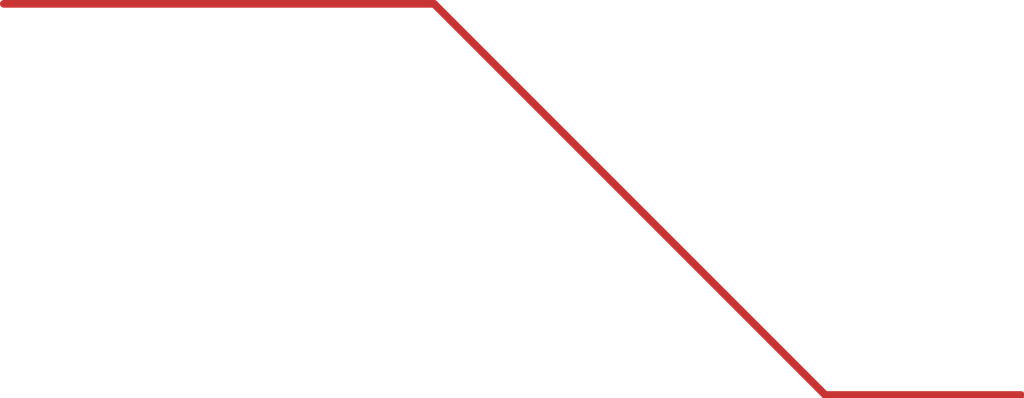
<source format=kicad_pcb>
(kicad_pcb (version 20171130) (host pcbnew 5.1.6-c6e7f7d~86~ubuntu16.04.1)

  (general
    (thickness 1.6)
    (drawings 0)
    (tracks 3)
    (zones 0)
    (modules 0)
    (nets 1)
  )

  (page A4)
  (layers
    (0 F.Cu signal)
    (31 B.Cu signal)
    (33 F.Adhes user)
    (35 F.Paste user)
    (37 F.SilkS user)
    (38 B.Mask user)
    (39 F.Mask user)
    (40 Dwgs.User user)
    (41 Cmts.User user)
    (42 Eco1.User user)
    (43 Eco2.User user)
    (44 Edge.Cuts user)
    (45 Margin user)
    (46 B.CrtYd user)
    (47 F.CrtYd user)
    (49 F.Fab user)
  )

  (setup
    (last_trace_width 0.25)
    (trace_clearance 0.2)
    (zone_clearance 0.508)
    (zone_45_only no)
    (trace_min 0.2)
    (via_size 0.8)
    (via_drill 0.4)
    (via_min_size 0.4)
    (via_min_drill 0.3)
    (uvia_size 0.3)
    (uvia_drill 0.1)
    (uvias_allowed no)
    (uvia_min_size 0.2)
    (uvia_min_drill 0.1)
    (edge_width 0.1)
    (segment_width 0.2)
    (pcb_text_width 0.3)
    (pcb_text_size 1.5 1.5)
    (mod_edge_width 0.15)
    (mod_text_size 1 1)
    (mod_text_width 0.15)
    (pad_size 1.524 1.524)
    (pad_drill 0.762)
    (pad_to_mask_clearance 0)
    (aux_axis_origin 0 0)
    (visible_elements FFFFFF7F)
    (pcbplotparams
      (layerselection 0x010fc_ffffffff)
      (usegerberextensions false)
      (usegerberattributes true)
      (usegerberadvancedattributes true)
      (creategerberjobfile true)
      (excludeedgelayer true)
      (linewidth 0.100000)
      (plotframeref false)
      (viasonmask false)
      (mode 1)
      (useauxorigin false)
      (hpglpennumber 1)
      (hpglpenspeed 20)
      (hpglpendiameter 15.000000)
      (psnegative false)
      (psa4output false)
      (plotreference true)
      (plotvalue true)
      (plotinvisibletext false)
      (padsonsilk false)
      (subtractmaskfromsilk false)
      (outputformat 1)
      (mirror false)
      (drillshape 1)
      (scaleselection 1)
      (outputdirectory ""))
  )

  (net 0 "")

  (net_class Default "This is the default net class."
    (clearance 0.2)
    (trace_width 0.25)
    (via_dia 0.8)
    (via_drill 0.4)
    (uvia_dia 0.3)
    (uvia_drill 0.1)
  )

  (segment (start 38.1 52.07) (end 52.07 52.07) (width 0.25) (layer F.Cu) (net 0))
  (segment (start 52.07 52.07) (end 64.77 64.77) (width 0.25) (layer F.Cu) (net 0))
  (segment (start 64.77 64.77) (end 71.12 64.77) (width 0.25) (layer F.Cu) (net 0))

)

</source>
